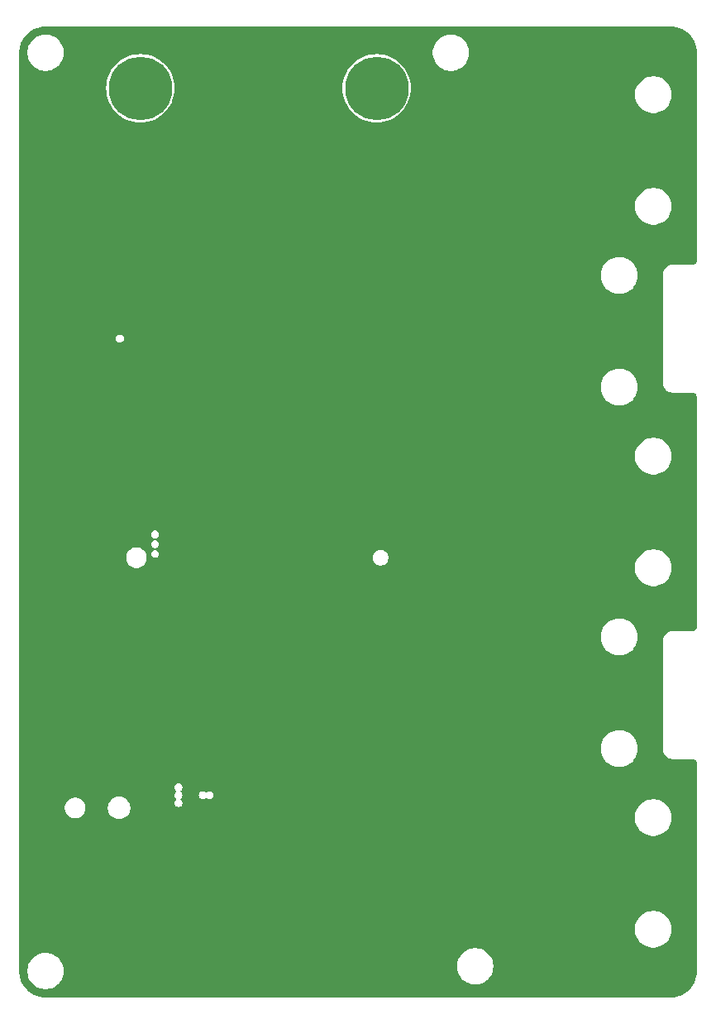
<source format=gbr>
%TF.GenerationSoftware,KiCad,Pcbnew,8.0.5*%
%TF.CreationDate,2024-09-15T13:15:32+02:00*%
%TF.ProjectId,megacard5_reference_design,6d656761-6361-4726-9435-5f7265666572,1.0*%
%TF.SameCoordinates,Original*%
%TF.FileFunction,Copper,L3,Inr*%
%TF.FilePolarity,Positive*%
%FSLAX46Y46*%
G04 Gerber Fmt 4.6, Leading zero omitted, Abs format (unit mm)*
G04 Created by KiCad (PCBNEW 8.0.5) date 2024-09-15 13:15:32*
%MOMM*%
%LPD*%
G01*
G04 APERTURE LIST*
%TA.AperFunction,ComponentPad*%
%ADD10C,6.500000*%
%TD*%
%TA.AperFunction,ViaPad*%
%ADD11C,0.450000*%
%TD*%
G04 APERTURE END LIST*
D10*
%TO.N,N/C*%
%TO.C,J1*%
X96900000Y-36637500D03*
X72700000Y-36637500D03*
%TD*%
%TO.N,N/C*%
%TO.C,J13*%
X96900000Y-36637500D03*
%TD*%
%TO.N,N/C*%
%TO.C,J10*%
X72700000Y-36637500D03*
%TD*%
D11*
%TO.N,GND*%
X68000000Y-124100000D03*
X62200000Y-116200000D03*
X67000000Y-119400000D03*
X90900000Y-102900000D03*
X87800000Y-109700000D03*
X88100000Y-100800000D03*
X90100000Y-111100000D03*
X128000000Y-69000000D03*
X64750000Y-78468750D03*
X119500000Y-98500000D03*
X114750000Y-128468750D03*
X97000000Y-54500000D03*
X91000000Y-118500000D03*
X85100000Y-83287500D03*
X118237500Y-107750000D03*
X64750000Y-53468750D03*
X94200000Y-79200000D03*
X64750000Y-113468750D03*
X91800000Y-82000000D03*
X111000000Y-107750000D03*
X80642500Y-85741394D03*
X74750000Y-48468750D03*
X69750000Y-33468750D03*
X94200000Y-82000000D03*
X124000000Y-31500000D03*
X92900000Y-86000000D03*
X64750000Y-58468750D03*
X79750000Y-58468750D03*
X124750000Y-43468750D03*
X99750000Y-128468750D03*
X90500000Y-86000000D03*
X103000000Y-81000000D03*
X96200000Y-90200000D03*
X64750000Y-128468750D03*
X79750000Y-73468750D03*
X93800000Y-87400002D03*
X64750000Y-43468750D03*
X87000000Y-79200000D03*
X81058500Y-90487500D03*
X79750000Y-83468750D03*
X89000000Y-90200000D03*
X89750000Y-33468750D03*
X84750000Y-118468750D03*
X89000000Y-118500000D03*
X89750000Y-108468750D03*
X111000000Y-70750000D03*
X79750000Y-128468750D03*
X79750000Y-98468750D03*
X91000000Y-42000000D03*
X72000000Y-124300022D03*
X74750000Y-108468750D03*
X96200000Y-87400000D03*
X87900000Y-83287500D03*
X118237500Y-52250000D03*
X87000000Y-82000000D03*
X86500000Y-45000000D03*
X69750000Y-43468750D03*
X96000000Y-119999978D03*
X64750000Y-93468750D03*
X73000000Y-87400000D03*
X96000000Y-124300022D03*
X79750000Y-43468750D03*
X79000000Y-82000000D03*
X89400000Y-79200000D03*
X111000000Y-33750000D03*
X85100000Y-86000000D03*
X79000000Y-79200000D03*
X118237500Y-89250000D03*
X89400000Y-82000000D03*
X81500000Y-85100000D03*
X87900000Y-86000000D03*
X79750000Y-103468750D03*
X69750000Y-63468750D03*
X111000000Y-89250000D03*
X95700000Y-86000000D03*
X89000000Y-87400000D03*
X79750000Y-68468750D03*
X109500000Y-85500000D03*
X99500000Y-64500000D03*
X93000000Y-119000000D03*
X64750000Y-48468750D03*
X128000000Y-106500000D03*
X69750000Y-128468750D03*
X87000000Y-118500000D03*
X98000000Y-119999978D03*
X91400000Y-90200000D03*
X104500000Y-62500000D03*
X124750000Y-118468750D03*
X79750000Y-53468750D03*
X93800000Y-90200002D03*
X91800000Y-79200000D03*
X118237500Y-70750000D03*
X119750000Y-128468750D03*
X73400000Y-79200000D03*
X86600000Y-90200000D03*
X111000000Y-52250000D03*
X74750000Y-43468750D03*
X69750000Y-53468750D03*
X75400000Y-90200000D03*
X64750000Y-98468750D03*
X74750000Y-68468750D03*
X107500000Y-45000000D03*
X79750000Y-48468750D03*
X64750000Y-63468750D03*
X69750000Y-113468750D03*
X92500000Y-58500000D03*
X69750000Y-58468750D03*
X95700000Y-83287500D03*
X84600000Y-79200000D03*
X100000000Y-124300022D03*
X84750000Y-33468750D03*
X86600000Y-87400000D03*
X79750000Y-113468750D03*
X84750000Y-128468750D03*
X74400000Y-85700000D03*
X124750000Y-128468750D03*
X84750000Y-38468750D03*
X69750000Y-108468750D03*
X98000000Y-124300022D03*
X74750000Y-53468750D03*
X78600000Y-90200000D03*
X109750000Y-128468750D03*
X64750000Y-108468750D03*
X90500000Y-83287500D03*
X124750000Y-83468750D03*
X64750000Y-68468750D03*
X69750000Y-73468750D03*
X74750000Y-113468750D03*
X73000000Y-90200000D03*
X79750000Y-63468750D03*
X86500000Y-84687500D03*
X101000000Y-108000000D03*
X69750000Y-78468750D03*
X64750000Y-123468750D03*
X75400000Y-87400000D03*
X74750000Y-128468750D03*
X98300000Y-83287500D03*
X84200000Y-87400000D03*
X69750000Y-68468750D03*
X64750000Y-38468750D03*
X104500000Y-109500000D03*
X94750000Y-128468750D03*
X94750000Y-118468750D03*
X64750000Y-73468750D03*
X124750000Y-78468750D03*
X92700000Y-84487500D03*
X74750000Y-63468750D03*
X96600000Y-82000000D03*
X84200000Y-90200000D03*
X96600000Y-79200000D03*
X102500000Y-96500000D03*
X69750000Y-48468750D03*
X84600000Y-82000000D03*
X124750000Y-113468750D03*
X118237500Y-33750000D03*
X92900000Y-83287500D03*
X73400000Y-82000000D03*
X72000000Y-119999978D03*
X78483756Y-87516244D03*
X89750000Y-128468750D03*
X75800000Y-82000000D03*
X83000000Y-119000000D03*
X104750000Y-128468750D03*
X91400000Y-87400000D03*
X79750000Y-33468750D03*
X79750000Y-38468750D03*
X75800000Y-79200000D03*
X74750000Y-58468750D03*
X127000000Y-31500000D03*
%TD*%
%TA.AperFunction,Conductor*%
%TO.N,GND*%
G36*
X127002777Y-30300655D02*
G01*
X127296701Y-30317162D01*
X127307724Y-30318404D01*
X127595224Y-30367252D01*
X127606018Y-30369715D01*
X127886251Y-30450449D01*
X127896722Y-30454113D01*
X128166134Y-30565708D01*
X128176136Y-30570525D01*
X128431354Y-30711578D01*
X128440755Y-30717485D01*
X128678575Y-30886228D01*
X128687254Y-30893149D01*
X128717388Y-30920078D01*
X128904697Y-31087467D01*
X128912532Y-31095302D01*
X128985748Y-31177231D01*
X129106850Y-31312745D01*
X129113771Y-31321424D01*
X129282514Y-31559244D01*
X129288421Y-31568645D01*
X129429474Y-31823863D01*
X129434291Y-31833865D01*
X129545884Y-32103273D01*
X129549551Y-32113752D01*
X129630280Y-32393966D01*
X129632750Y-32404790D01*
X129681594Y-32692270D01*
X129682837Y-32703302D01*
X129699344Y-32997222D01*
X129699500Y-33002773D01*
X129699500Y-33055569D01*
X129699501Y-33055582D01*
X129699501Y-54243511D01*
X129698654Y-54256433D01*
X129685886Y-54353416D01*
X129679197Y-54378380D01*
X129644267Y-54462708D01*
X129631345Y-54485089D01*
X129575779Y-54557504D01*
X129557504Y-54575779D01*
X129485089Y-54631345D01*
X129462708Y-54644267D01*
X129378380Y-54679197D01*
X129353416Y-54685886D01*
X129256442Y-54698653D01*
X129243520Y-54699500D01*
X127305582Y-54699500D01*
X127305570Y-54699499D01*
X127297595Y-54699499D01*
X127250000Y-54699499D01*
X127158093Y-54699499D01*
X127158090Y-54699499D01*
X126977071Y-54731418D01*
X126804338Y-54794288D01*
X126645152Y-54886195D01*
X126645149Y-54886197D01*
X126504353Y-55004339D01*
X126504339Y-55004353D01*
X126386197Y-55145149D01*
X126386195Y-55145152D01*
X126294288Y-55304338D01*
X126231418Y-55477071D01*
X126199499Y-55658090D01*
X126199499Y-55805569D01*
X126199500Y-55805582D01*
X126199500Y-66696325D01*
X126199499Y-66696343D01*
X126199499Y-66841909D01*
X126203807Y-66866339D01*
X126231418Y-67022928D01*
X126294286Y-67195657D01*
X126294287Y-67195659D01*
X126294288Y-67195661D01*
X126386195Y-67354847D01*
X126386197Y-67354850D01*
X126504339Y-67495646D01*
X126504346Y-67495654D01*
X126504352Y-67495659D01*
X126504353Y-67495660D01*
X126645149Y-67613802D01*
X126645152Y-67613804D01*
X126645156Y-67613807D01*
X126804343Y-67705714D01*
X126977072Y-67768582D01*
X127158093Y-67800501D01*
X127210438Y-67800501D01*
X129243526Y-67800501D01*
X129256447Y-67801348D01*
X129271498Y-67803329D01*
X129353419Y-67814114D01*
X129378375Y-67820800D01*
X129462711Y-67855734D01*
X129485086Y-67868652D01*
X129557503Y-67924219D01*
X129575776Y-67942493D01*
X129631344Y-68014909D01*
X129644267Y-68037291D01*
X129679197Y-68121618D01*
X129685886Y-68146582D01*
X129698653Y-68243558D01*
X129699500Y-68256480D01*
X129699500Y-91743518D01*
X129698653Y-91756440D01*
X129685886Y-91853416D01*
X129679197Y-91878380D01*
X129644267Y-91962708D01*
X129631345Y-91985089D01*
X129575779Y-92057504D01*
X129557504Y-92075779D01*
X129485089Y-92131345D01*
X129462708Y-92144267D01*
X129378380Y-92179197D01*
X129353416Y-92185886D01*
X129256442Y-92198653D01*
X129243520Y-92199500D01*
X127305582Y-92199500D01*
X127305570Y-92199499D01*
X127297595Y-92199499D01*
X127250000Y-92199499D01*
X127158093Y-92199499D01*
X127158090Y-92199499D01*
X126977071Y-92231418D01*
X126804338Y-92294288D01*
X126645152Y-92386195D01*
X126645149Y-92386197D01*
X126504353Y-92504339D01*
X126504339Y-92504353D01*
X126386197Y-92645149D01*
X126386195Y-92645152D01*
X126294288Y-92804338D01*
X126231418Y-92977071D01*
X126199499Y-93158090D01*
X126199499Y-93305569D01*
X126199500Y-93305582D01*
X126199500Y-104196325D01*
X126199499Y-104196343D01*
X126199499Y-104202405D01*
X126199499Y-104250000D01*
X126199499Y-104341907D01*
X126231418Y-104522928D01*
X126294286Y-104695657D01*
X126294287Y-104695659D01*
X126294288Y-104695661D01*
X126386195Y-104854847D01*
X126386197Y-104854850D01*
X126504339Y-104995646D01*
X126504346Y-104995654D01*
X126504352Y-104995659D01*
X126504353Y-104995660D01*
X126645149Y-105113802D01*
X126645152Y-105113804D01*
X126645156Y-105113807D01*
X126804343Y-105205714D01*
X126977072Y-105268582D01*
X127158093Y-105300501D01*
X127210438Y-105300501D01*
X129243526Y-105300501D01*
X129256447Y-105301348D01*
X129271498Y-105303329D01*
X129353419Y-105314114D01*
X129378375Y-105320800D01*
X129462711Y-105355734D01*
X129485086Y-105368652D01*
X129557503Y-105424219D01*
X129575776Y-105442493D01*
X129631344Y-105514909D01*
X129644267Y-105537291D01*
X129679197Y-105621618D01*
X129685886Y-105646582D01*
X129698653Y-105743558D01*
X129699500Y-105756480D01*
X129699500Y-126997226D01*
X129699344Y-127002777D01*
X129682837Y-127296697D01*
X129681594Y-127307729D01*
X129632750Y-127595209D01*
X129630280Y-127606033D01*
X129549551Y-127886247D01*
X129545884Y-127896726D01*
X129434291Y-128166134D01*
X129429474Y-128176136D01*
X129288421Y-128431354D01*
X129282514Y-128440755D01*
X129113771Y-128678575D01*
X129106850Y-128687254D01*
X128912540Y-128904689D01*
X128904689Y-128912540D01*
X128687254Y-129106850D01*
X128678575Y-129113771D01*
X128440755Y-129282514D01*
X128431354Y-129288421D01*
X128176136Y-129429474D01*
X128166134Y-129434291D01*
X127896726Y-129545884D01*
X127886247Y-129549551D01*
X127606033Y-129630280D01*
X127595209Y-129632750D01*
X127307729Y-129681594D01*
X127296697Y-129682837D01*
X127002778Y-129699344D01*
X126997227Y-129699500D01*
X126944430Y-129699500D01*
X126944418Y-129699501D01*
X63002772Y-129699501D01*
X62997221Y-129699345D01*
X62703301Y-129682838D01*
X62692269Y-129681595D01*
X62404789Y-129632751D01*
X62393965Y-129630281D01*
X62113751Y-129549552D01*
X62103272Y-129545885D01*
X61833864Y-129434292D01*
X61823862Y-129429475D01*
X61568645Y-129288422D01*
X61559245Y-129282516D01*
X61559242Y-129282514D01*
X61321410Y-129113762D01*
X61312754Y-129106860D01*
X61095302Y-128912532D01*
X61087467Y-128904697D01*
X60893138Y-128687243D01*
X60886238Y-128678592D01*
X60717480Y-128440749D01*
X60711577Y-128431354D01*
X60570524Y-128176137D01*
X60565707Y-128166135D01*
X60565707Y-128166134D01*
X60454112Y-127896723D01*
X60450447Y-127886248D01*
X60450447Y-127886247D01*
X60369714Y-127606019D01*
X60367251Y-127595225D01*
X60318403Y-127307725D01*
X60317161Y-127296698D01*
X60300656Y-127002795D01*
X60300500Y-126997244D01*
X60300500Y-126878448D01*
X61145500Y-126878448D01*
X61145500Y-127121551D01*
X61177230Y-127362563D01*
X61177230Y-127362568D01*
X61240149Y-127597387D01*
X61333178Y-127821979D01*
X61376333Y-127896727D01*
X61454731Y-128032516D01*
X61602722Y-128225380D01*
X61774620Y-128397278D01*
X61967484Y-128545269D01*
X62178016Y-128666819D01*
X62178017Y-128666819D01*
X62178020Y-128666821D01*
X62206397Y-128678575D01*
X62402612Y-128759850D01*
X62637429Y-128822769D01*
X62878450Y-128854500D01*
X62878451Y-128854500D01*
X63121549Y-128854500D01*
X63121550Y-128854500D01*
X63362571Y-128822769D01*
X63597388Y-128759850D01*
X63821984Y-128666819D01*
X64032516Y-128545269D01*
X64225380Y-128397278D01*
X64397278Y-128225380D01*
X64545269Y-128032516D01*
X64666819Y-127821984D01*
X64759850Y-127597388D01*
X64822769Y-127362571D01*
X64854500Y-127121550D01*
X64854500Y-126878450D01*
X64822769Y-126637429D01*
X64759850Y-126402612D01*
X64749841Y-126378448D01*
X105145500Y-126378448D01*
X105145500Y-126621551D01*
X105177230Y-126862563D01*
X105177230Y-126862568D01*
X105240149Y-127097387D01*
X105333178Y-127321979D01*
X105333181Y-127321984D01*
X105454731Y-127532516D01*
X105602722Y-127725380D01*
X105774620Y-127897278D01*
X105967484Y-128045269D01*
X106178016Y-128166819D01*
X106178017Y-128166819D01*
X106178020Y-128166821D01*
X106319394Y-128225380D01*
X106402612Y-128259850D01*
X106637429Y-128322769D01*
X106878450Y-128354500D01*
X106878451Y-128354500D01*
X107121549Y-128354500D01*
X107121550Y-128354500D01*
X107362571Y-128322769D01*
X107597388Y-128259850D01*
X107821984Y-128166819D01*
X108032516Y-128045269D01*
X108225380Y-127897278D01*
X108397278Y-127725380D01*
X108545269Y-127532516D01*
X108666819Y-127321984D01*
X108759850Y-127097388D01*
X108822769Y-126862571D01*
X108854500Y-126621550D01*
X108854500Y-126378450D01*
X108822769Y-126137429D01*
X108759850Y-125902612D01*
X108666819Y-125678016D01*
X108545269Y-125467484D01*
X108397278Y-125274620D01*
X108225380Y-125102722D01*
X108032516Y-124954731D01*
X108032517Y-124954731D01*
X108032515Y-124954730D01*
X107821979Y-124833178D01*
X107597387Y-124740149D01*
X107437001Y-124697174D01*
X107362571Y-124677231D01*
X107362568Y-124677230D01*
X107362566Y-124677230D01*
X107121551Y-124645500D01*
X107121550Y-124645500D01*
X106878450Y-124645500D01*
X106878448Y-124645500D01*
X106637436Y-124677230D01*
X106637431Y-124677230D01*
X106402612Y-124740149D01*
X106178020Y-124833178D01*
X105967484Y-124954730D01*
X105774623Y-125102719D01*
X105602719Y-125274623D01*
X105454730Y-125467484D01*
X105333178Y-125678020D01*
X105240149Y-125902612D01*
X105177230Y-126137431D01*
X105177230Y-126137436D01*
X105145500Y-126378448D01*
X64749841Y-126378448D01*
X64666819Y-126178016D01*
X64545269Y-125967484D01*
X64397278Y-125774620D01*
X64225380Y-125602722D01*
X64032516Y-125454731D01*
X64032517Y-125454731D01*
X64032515Y-125454730D01*
X63821979Y-125333178D01*
X63597387Y-125240149D01*
X63437001Y-125197174D01*
X63362571Y-125177231D01*
X63362568Y-125177230D01*
X63362566Y-125177230D01*
X63121551Y-125145500D01*
X63121550Y-125145500D01*
X62878450Y-125145500D01*
X62878448Y-125145500D01*
X62637436Y-125177230D01*
X62637431Y-125177230D01*
X62402612Y-125240149D01*
X62178020Y-125333178D01*
X61967484Y-125454730D01*
X61774623Y-125602719D01*
X61602719Y-125774623D01*
X61454730Y-125967484D01*
X61333178Y-126178020D01*
X61240149Y-126402612D01*
X61177230Y-126637431D01*
X61177230Y-126637436D01*
X61145500Y-126878448D01*
X60300500Y-126878448D01*
X60300500Y-122591810D01*
X123340500Y-122591810D01*
X123340500Y-122838189D01*
X123372658Y-123082451D01*
X123372658Y-123082456D01*
X123436425Y-123320441D01*
X123530708Y-123548060D01*
X123530711Y-123548065D01*
X123653900Y-123761435D01*
X123803885Y-123956900D01*
X123978100Y-124131115D01*
X124173565Y-124281100D01*
X124386935Y-124404289D01*
X124386936Y-124404289D01*
X124386939Y-124404291D01*
X124614558Y-124498574D01*
X124852541Y-124562341D01*
X125096811Y-124594500D01*
X125096812Y-124594500D01*
X125343188Y-124594500D01*
X125343189Y-124594500D01*
X125587459Y-124562341D01*
X125825442Y-124498574D01*
X126053065Y-124404289D01*
X126266435Y-124281100D01*
X126461900Y-124131115D01*
X126636115Y-123956900D01*
X126786100Y-123761435D01*
X126909289Y-123548065D01*
X127003574Y-123320442D01*
X127067341Y-123082459D01*
X127099500Y-122838189D01*
X127099500Y-122591811D01*
X127067341Y-122347541D01*
X127003574Y-122109558D01*
X126909289Y-121881935D01*
X126786100Y-121668565D01*
X126636115Y-121473100D01*
X126461900Y-121298885D01*
X126266435Y-121148900D01*
X126053065Y-121025711D01*
X126053060Y-121025708D01*
X125825441Y-120931425D01*
X125662891Y-120887871D01*
X125587459Y-120867659D01*
X125587456Y-120867658D01*
X125587454Y-120867658D01*
X125343189Y-120835500D01*
X125096811Y-120835500D01*
X125096810Y-120835500D01*
X124852548Y-120867658D01*
X124852543Y-120867658D01*
X124614558Y-120931425D01*
X124386939Y-121025708D01*
X124173561Y-121148902D01*
X123978103Y-121298882D01*
X123803882Y-121473103D01*
X123653902Y-121668561D01*
X123530708Y-121881939D01*
X123436425Y-122109558D01*
X123372658Y-122347543D01*
X123372658Y-122347548D01*
X123340500Y-122591810D01*
X60300500Y-122591810D01*
X60300500Y-110196138D01*
X64970500Y-110196138D01*
X64970500Y-110403861D01*
X64997516Y-110539677D01*
X65003616Y-110570346D01*
X65011024Y-110607585D01*
X65011024Y-110607587D01*
X65090512Y-110799490D01*
X65090512Y-110799491D01*
X65205916Y-110972203D01*
X65205917Y-110972204D01*
X65352796Y-111119083D01*
X65525507Y-111234486D01*
X65717414Y-111313976D01*
X65921141Y-111354500D01*
X65921142Y-111354500D01*
X66128858Y-111354500D01*
X66128859Y-111354500D01*
X66332586Y-111313976D01*
X66524493Y-111234486D01*
X66697204Y-111119083D01*
X66844083Y-110972204D01*
X66959486Y-110799493D01*
X67038976Y-110607586D01*
X67079500Y-110403859D01*
X67079500Y-110209135D01*
X69370500Y-110209135D01*
X69370500Y-110390864D01*
X69398926Y-110570341D01*
X69455083Y-110743174D01*
X69537582Y-110905089D01*
X69537586Y-110905095D01*
X69644392Y-111052100D01*
X69644394Y-111052102D01*
X69644397Y-111052106D01*
X69772894Y-111180603D01*
X69772897Y-111180605D01*
X69772899Y-111180607D01*
X69919904Y-111287413D01*
X69919910Y-111287417D01*
X70081826Y-111369917D01*
X70254654Y-111426072D01*
X70254655Y-111426072D01*
X70254658Y-111426073D01*
X70434136Y-111454500D01*
X70434139Y-111454500D01*
X70615864Y-111454500D01*
X70795341Y-111426073D01*
X70795342Y-111426072D01*
X70795346Y-111426072D01*
X70968174Y-111369917D01*
X71130090Y-111287417D01*
X71277106Y-111180603D01*
X71295899Y-111161810D01*
X123340500Y-111161810D01*
X123340500Y-111408189D01*
X123372658Y-111652451D01*
X123372658Y-111652456D01*
X123436425Y-111890441D01*
X123530708Y-112118060D01*
X123530711Y-112118065D01*
X123653900Y-112331435D01*
X123803885Y-112526900D01*
X123978100Y-112701115D01*
X124173565Y-112851100D01*
X124386935Y-112974289D01*
X124386936Y-112974289D01*
X124386939Y-112974291D01*
X124614558Y-113068574D01*
X124852541Y-113132341D01*
X125096811Y-113164500D01*
X125096812Y-113164500D01*
X125343188Y-113164500D01*
X125343189Y-113164500D01*
X125587459Y-113132341D01*
X125825442Y-113068574D01*
X126053065Y-112974289D01*
X126266435Y-112851100D01*
X126461900Y-112701115D01*
X126636115Y-112526900D01*
X126786100Y-112331435D01*
X126909289Y-112118065D01*
X127003574Y-111890442D01*
X127067341Y-111652459D01*
X127099500Y-111408189D01*
X127099500Y-111161811D01*
X127067341Y-110917541D01*
X127003574Y-110679558D01*
X126909291Y-110451939D01*
X126909289Y-110451935D01*
X126786100Y-110238565D01*
X126636115Y-110043100D01*
X126461900Y-109868885D01*
X126266435Y-109718900D01*
X126053065Y-109595711D01*
X126053060Y-109595708D01*
X125825441Y-109501425D01*
X125662891Y-109457871D01*
X125587459Y-109437659D01*
X125587456Y-109437658D01*
X125587454Y-109437658D01*
X125343189Y-109405500D01*
X125096811Y-109405500D01*
X125096810Y-109405500D01*
X124852548Y-109437658D01*
X124852543Y-109437658D01*
X124614558Y-109501425D01*
X124386939Y-109595708D01*
X124173561Y-109718902D01*
X123978103Y-109868882D01*
X123803882Y-110043103D01*
X123653902Y-110238561D01*
X123530708Y-110451939D01*
X123436425Y-110679558D01*
X123372658Y-110917543D01*
X123372658Y-110917548D01*
X123340500Y-111161810D01*
X71295899Y-111161810D01*
X71405603Y-111052106D01*
X71512417Y-110905090D01*
X71594917Y-110743174D01*
X71651072Y-110570346D01*
X71677441Y-110403861D01*
X71679500Y-110390864D01*
X71679500Y-110209135D01*
X71651073Y-110029658D01*
X71617573Y-109926555D01*
X71594917Y-109856826D01*
X71512417Y-109694910D01*
X71463656Y-109627796D01*
X71405607Y-109547899D01*
X71405605Y-109547897D01*
X71405603Y-109547894D01*
X71277106Y-109419397D01*
X71277102Y-109419394D01*
X71277100Y-109419392D01*
X71130095Y-109312586D01*
X71130089Y-109312582D01*
X70968174Y-109230083D01*
X70795341Y-109173926D01*
X70615864Y-109145500D01*
X70615861Y-109145500D01*
X70434139Y-109145500D01*
X70434136Y-109145500D01*
X70254658Y-109173926D01*
X70081825Y-109230083D01*
X69919910Y-109312582D01*
X69919904Y-109312586D01*
X69772899Y-109419392D01*
X69644392Y-109547899D01*
X69537586Y-109694904D01*
X69537582Y-109694910D01*
X69455083Y-109856825D01*
X69398926Y-110029658D01*
X69370500Y-110209135D01*
X67079500Y-110209135D01*
X67079500Y-110196141D01*
X67038976Y-109992414D01*
X66959487Y-109800509D01*
X66959487Y-109800508D01*
X66844083Y-109627796D01*
X66697203Y-109480916D01*
X66524490Y-109365512D01*
X66332586Y-109286024D01*
X66128861Y-109245500D01*
X66128859Y-109245500D01*
X65921141Y-109245500D01*
X65921138Y-109245500D01*
X65717414Y-109286024D01*
X65717412Y-109286024D01*
X65525509Y-109365512D01*
X65525508Y-109365512D01*
X65352796Y-109480916D01*
X65205916Y-109627796D01*
X65090512Y-109800508D01*
X65090512Y-109800509D01*
X65011024Y-109992412D01*
X65011024Y-109992414D01*
X64970500Y-110196138D01*
X60300500Y-110196138D01*
X60300500Y-108199999D01*
X76190458Y-108199999D01*
X76190458Y-108200000D01*
X76210502Y-108326554D01*
X76210504Y-108326561D01*
X76268671Y-108440718D01*
X76268674Y-108440723D01*
X76357949Y-108529998D01*
X76385725Y-108584513D01*
X76376154Y-108644945D01*
X76357950Y-108670000D01*
X76301797Y-108726154D01*
X76268672Y-108759279D01*
X76268671Y-108759281D01*
X76210504Y-108873438D01*
X76210502Y-108873445D01*
X76190458Y-108999999D01*
X76190458Y-109000000D01*
X76210502Y-109126554D01*
X76210504Y-109126561D01*
X76268671Y-109240718D01*
X76268674Y-109240723D01*
X76357949Y-109329998D01*
X76385725Y-109384513D01*
X76376154Y-109444945D01*
X76357950Y-109470000D01*
X76280057Y-109547894D01*
X76268672Y-109559279D01*
X76268671Y-109559281D01*
X76210504Y-109673438D01*
X76210502Y-109673445D01*
X76190458Y-109799999D01*
X76190458Y-109800000D01*
X76210502Y-109926554D01*
X76210504Y-109926561D01*
X76263034Y-110029654D01*
X76268674Y-110040723D01*
X76359277Y-110131326D01*
X76359279Y-110131327D01*
X76359281Y-110131328D01*
X76473438Y-110189495D01*
X76473440Y-110189495D01*
X76473445Y-110189498D01*
X76600000Y-110209542D01*
X76726555Y-110189498D01*
X76840723Y-110131326D01*
X76931326Y-110040723D01*
X76989498Y-109926555D01*
X77009542Y-109800000D01*
X76989498Y-109673445D01*
X76989495Y-109673440D01*
X76989495Y-109673438D01*
X76931328Y-109559281D01*
X76931327Y-109559279D01*
X76931326Y-109559277D01*
X76842050Y-109470001D01*
X76814275Y-109415487D01*
X76823846Y-109355055D01*
X76842049Y-109329999D01*
X76931326Y-109240723D01*
X76989498Y-109126555D01*
X77009542Y-109000000D01*
X77009542Y-108999999D01*
X78690458Y-108999999D01*
X78690458Y-109000000D01*
X78710502Y-109126554D01*
X78710504Y-109126561D01*
X78768671Y-109240718D01*
X78768674Y-109240723D01*
X78859277Y-109331326D01*
X78859279Y-109331327D01*
X78859281Y-109331328D01*
X78973438Y-109389495D01*
X78973440Y-109389495D01*
X78973445Y-109389498D01*
X79100000Y-109409542D01*
X79226555Y-109389498D01*
X79340723Y-109331326D01*
X79379998Y-109292050D01*
X79434513Y-109264275D01*
X79494945Y-109273846D01*
X79520000Y-109292049D01*
X79559277Y-109331326D01*
X79559279Y-109331327D01*
X79559281Y-109331328D01*
X79673438Y-109389495D01*
X79673440Y-109389495D01*
X79673445Y-109389498D01*
X79800000Y-109409542D01*
X79926555Y-109389498D01*
X80040723Y-109331326D01*
X80131326Y-109240723D01*
X80189498Y-109126555D01*
X80209542Y-109000000D01*
X80189498Y-108873445D01*
X80189495Y-108873440D01*
X80189495Y-108873438D01*
X80131328Y-108759281D01*
X80131327Y-108759279D01*
X80131326Y-108759277D01*
X80040723Y-108668674D01*
X80040720Y-108668672D01*
X80040718Y-108668671D01*
X79926561Y-108610504D01*
X79926556Y-108610502D01*
X79926555Y-108610502D01*
X79800000Y-108590458D01*
X79673445Y-108610502D01*
X79673438Y-108610504D01*
X79559281Y-108668671D01*
X79559279Y-108668672D01*
X79559277Y-108668673D01*
X79559277Y-108668674D01*
X79520001Y-108707949D01*
X79465487Y-108735725D01*
X79405055Y-108726154D01*
X79379999Y-108707950D01*
X79340723Y-108668674D01*
X79340720Y-108668672D01*
X79340718Y-108668671D01*
X79226561Y-108610504D01*
X79226556Y-108610502D01*
X79226555Y-108610502D01*
X79100000Y-108590458D01*
X78973445Y-108610502D01*
X78973438Y-108610504D01*
X78859281Y-108668671D01*
X78859279Y-108668672D01*
X78768672Y-108759279D01*
X78768671Y-108759281D01*
X78710504Y-108873438D01*
X78710502Y-108873445D01*
X78690458Y-108999999D01*
X77009542Y-108999999D01*
X76989498Y-108873445D01*
X76989495Y-108873440D01*
X76989495Y-108873438D01*
X76931328Y-108759281D01*
X76931327Y-108759279D01*
X76931326Y-108759277D01*
X76842050Y-108670001D01*
X76814275Y-108615487D01*
X76823846Y-108555055D01*
X76842049Y-108529999D01*
X76931326Y-108440723D01*
X76989498Y-108326555D01*
X77009542Y-108200000D01*
X76989498Y-108073445D01*
X76989495Y-108073440D01*
X76989495Y-108073438D01*
X76931328Y-107959281D01*
X76931327Y-107959279D01*
X76931326Y-107959277D01*
X76840723Y-107868674D01*
X76840720Y-107868672D01*
X76840718Y-107868671D01*
X76726561Y-107810504D01*
X76726556Y-107810502D01*
X76726555Y-107810502D01*
X76600000Y-107790458D01*
X76473445Y-107810502D01*
X76473438Y-107810504D01*
X76359281Y-107868671D01*
X76359279Y-107868672D01*
X76268672Y-107959279D01*
X76268671Y-107959281D01*
X76210504Y-108073438D01*
X76210502Y-108073445D01*
X76190458Y-108199999D01*
X60300500Y-108199999D01*
X60300500Y-104091810D01*
X119860500Y-104091810D01*
X119860500Y-104338189D01*
X119892658Y-104582451D01*
X119892658Y-104582456D01*
X119956425Y-104820441D01*
X120050708Y-105048060D01*
X120173902Y-105261438D01*
X120256172Y-105368655D01*
X120323885Y-105456900D01*
X120498100Y-105631115D01*
X120693565Y-105781100D01*
X120906935Y-105904289D01*
X120906936Y-105904289D01*
X120906939Y-105904291D01*
X121134558Y-105998574D01*
X121372541Y-106062341D01*
X121616811Y-106094500D01*
X121616812Y-106094500D01*
X121863188Y-106094500D01*
X121863189Y-106094500D01*
X122107459Y-106062341D01*
X122345442Y-105998574D01*
X122573065Y-105904289D01*
X122786435Y-105781100D01*
X122981900Y-105631115D01*
X123156115Y-105456900D01*
X123306100Y-105261435D01*
X123429289Y-105048065D01*
X123523574Y-104820442D01*
X123587341Y-104582459D01*
X123619500Y-104338189D01*
X123619500Y-104091811D01*
X123587341Y-103847541D01*
X123523574Y-103609558D01*
X123429289Y-103381935D01*
X123306100Y-103168565D01*
X123156115Y-102973100D01*
X122981900Y-102798885D01*
X122786435Y-102648900D01*
X122573065Y-102525711D01*
X122573060Y-102525708D01*
X122345441Y-102431425D01*
X122182891Y-102387871D01*
X122107459Y-102367659D01*
X122107456Y-102367658D01*
X122107454Y-102367658D01*
X121863189Y-102335500D01*
X121616811Y-102335500D01*
X121616810Y-102335500D01*
X121372548Y-102367658D01*
X121372543Y-102367658D01*
X121134558Y-102431425D01*
X120906939Y-102525708D01*
X120693561Y-102648902D01*
X120498103Y-102798882D01*
X120323882Y-102973103D01*
X120173902Y-103168561D01*
X120050708Y-103381939D01*
X119956425Y-103609558D01*
X119892658Y-103847543D01*
X119892658Y-103847548D01*
X119860500Y-104091810D01*
X60300500Y-104091810D01*
X60300500Y-92661811D01*
X119860500Y-92661811D01*
X119860500Y-92908189D01*
X119875911Y-93025250D01*
X119892658Y-93152451D01*
X119892658Y-93152456D01*
X119956425Y-93390441D01*
X120050708Y-93618060D01*
X120050711Y-93618065D01*
X120173900Y-93831435D01*
X120323885Y-94026900D01*
X120498100Y-94201115D01*
X120693565Y-94351100D01*
X120906935Y-94474289D01*
X120906936Y-94474289D01*
X120906939Y-94474291D01*
X121134558Y-94568574D01*
X121372541Y-94632341D01*
X121616811Y-94664500D01*
X121616812Y-94664500D01*
X121863188Y-94664500D01*
X121863189Y-94664500D01*
X122107459Y-94632341D01*
X122345442Y-94568574D01*
X122573065Y-94474289D01*
X122786435Y-94351100D01*
X122981900Y-94201115D01*
X123156115Y-94026900D01*
X123306100Y-93831435D01*
X123429289Y-93618065D01*
X123523574Y-93390442D01*
X123587341Y-93152459D01*
X123619500Y-92908189D01*
X123619500Y-92661811D01*
X123587341Y-92417541D01*
X123523574Y-92179558D01*
X123477301Y-92067845D01*
X123429291Y-91951939D01*
X123365764Y-91841907D01*
X123306100Y-91738565D01*
X123156115Y-91543100D01*
X122981900Y-91368885D01*
X122786435Y-91218900D01*
X122573065Y-91095711D01*
X122573060Y-91095708D01*
X122345441Y-91001425D01*
X122182891Y-90957871D01*
X122107459Y-90937659D01*
X122107456Y-90937658D01*
X122107454Y-90937658D01*
X121863189Y-90905500D01*
X121616811Y-90905500D01*
X121616810Y-90905500D01*
X121372548Y-90937658D01*
X121372543Y-90937658D01*
X121134558Y-91001425D01*
X120906939Y-91095708D01*
X120693561Y-91218902D01*
X120498103Y-91368882D01*
X120323882Y-91543103D01*
X120173902Y-91738561D01*
X120050708Y-91951939D01*
X119956425Y-92179558D01*
X119892658Y-92417543D01*
X119892658Y-92417548D01*
X119862694Y-92645149D01*
X119860500Y-92661811D01*
X60300500Y-92661811D01*
X60300500Y-84583638D01*
X71245500Y-84583638D01*
X71245500Y-84791361D01*
X71286024Y-84995085D01*
X71286024Y-84995087D01*
X71365512Y-85186990D01*
X71365512Y-85186991D01*
X71480916Y-85359703D01*
X71480917Y-85359704D01*
X71627796Y-85506583D01*
X71800507Y-85621986D01*
X71992414Y-85701476D01*
X72196141Y-85742000D01*
X72196142Y-85742000D01*
X72403858Y-85742000D01*
X72403859Y-85742000D01*
X72607586Y-85701476D01*
X72799493Y-85621986D01*
X72844654Y-85591810D01*
X123360500Y-85591810D01*
X123360500Y-85838189D01*
X123392658Y-86082451D01*
X123392658Y-86082456D01*
X123456425Y-86320441D01*
X123550708Y-86548060D01*
X123550711Y-86548065D01*
X123673900Y-86761435D01*
X123823885Y-86956900D01*
X123998100Y-87131115D01*
X124193565Y-87281100D01*
X124406935Y-87404289D01*
X124406936Y-87404289D01*
X124406939Y-87404291D01*
X124634558Y-87498574D01*
X124872541Y-87562341D01*
X125116811Y-87594500D01*
X125116812Y-87594500D01*
X125363188Y-87594500D01*
X125363189Y-87594500D01*
X125607459Y-87562341D01*
X125845442Y-87498574D01*
X126073065Y-87404289D01*
X126286435Y-87281100D01*
X126481900Y-87131115D01*
X126656115Y-86956900D01*
X126806100Y-86761435D01*
X126929289Y-86548065D01*
X127023574Y-86320442D01*
X127087341Y-86082459D01*
X127119500Y-85838189D01*
X127119500Y-85591811D01*
X127087341Y-85347541D01*
X127023574Y-85109558D01*
X126976158Y-84995086D01*
X126929291Y-84881939D01*
X126876995Y-84791359D01*
X126806100Y-84668565D01*
X126656115Y-84473100D01*
X126481900Y-84298885D01*
X126337402Y-84188008D01*
X126286438Y-84148902D01*
X126073060Y-84025708D01*
X125845441Y-83931425D01*
X125682891Y-83887871D01*
X125607459Y-83867659D01*
X125607456Y-83867658D01*
X125607454Y-83867658D01*
X125363189Y-83835500D01*
X125116811Y-83835500D01*
X125116810Y-83835500D01*
X124872548Y-83867658D01*
X124872543Y-83867658D01*
X124634558Y-83931425D01*
X124406939Y-84025708D01*
X124193561Y-84148902D01*
X123998103Y-84298882D01*
X123823882Y-84473103D01*
X123673902Y-84668561D01*
X123550708Y-84881939D01*
X123456425Y-85109558D01*
X123392658Y-85347543D01*
X123392658Y-85347548D01*
X123360500Y-85591810D01*
X72844654Y-85591810D01*
X72972204Y-85506583D01*
X73119083Y-85359704D01*
X73234486Y-85186993D01*
X73313976Y-84995086D01*
X73354500Y-84791359D01*
X73354500Y-84583641D01*
X73313976Y-84379914D01*
X73280874Y-84299999D01*
X73790458Y-84299999D01*
X73790458Y-84300000D01*
X73810502Y-84426554D01*
X73810504Y-84426561D01*
X73868671Y-84540718D01*
X73868674Y-84540723D01*
X73959277Y-84631326D01*
X73959279Y-84631327D01*
X73959281Y-84631328D01*
X74073438Y-84689495D01*
X74073440Y-84689495D01*
X74073445Y-84689498D01*
X74200000Y-84709542D01*
X74326555Y-84689498D01*
X74440723Y-84631326D01*
X74463788Y-84608261D01*
X96495500Y-84608261D01*
X96495500Y-84766738D01*
X96526416Y-84922163D01*
X96526416Y-84922165D01*
X96587059Y-85068571D01*
X96587060Y-85068573D01*
X96587061Y-85068574D01*
X96675104Y-85200339D01*
X96787161Y-85312396D01*
X96918926Y-85400439D01*
X97065336Y-85461084D01*
X97220764Y-85492000D01*
X97220765Y-85492000D01*
X97379235Y-85492000D01*
X97379236Y-85492000D01*
X97534664Y-85461084D01*
X97681074Y-85400439D01*
X97812839Y-85312396D01*
X97924896Y-85200339D01*
X98012939Y-85068574D01*
X98073584Y-84922164D01*
X98104500Y-84766736D01*
X98104500Y-84608264D01*
X98073584Y-84452836D01*
X98012939Y-84306426D01*
X97924896Y-84174661D01*
X97812839Y-84062604D01*
X97681074Y-83974561D01*
X97681073Y-83974560D01*
X97681071Y-83974559D01*
X97534664Y-83913916D01*
X97379238Y-83883000D01*
X97379236Y-83883000D01*
X97220764Y-83883000D01*
X97220761Y-83883000D01*
X97065336Y-83913916D01*
X97065334Y-83913916D01*
X96918928Y-83974559D01*
X96787161Y-84062604D01*
X96787157Y-84062607D01*
X96675107Y-84174657D01*
X96675104Y-84174661D01*
X96587059Y-84306428D01*
X96526416Y-84452834D01*
X96526416Y-84452836D01*
X96495500Y-84608261D01*
X74463788Y-84608261D01*
X74531326Y-84540723D01*
X74589498Y-84426555D01*
X74609542Y-84300000D01*
X74609365Y-84298885D01*
X74606801Y-84282695D01*
X74589498Y-84173445D01*
X74589495Y-84173440D01*
X74589495Y-84173438D01*
X74531328Y-84059281D01*
X74531327Y-84059279D01*
X74531326Y-84059277D01*
X74440723Y-83968674D01*
X74440720Y-83968672D01*
X74440718Y-83968671D01*
X74326561Y-83910504D01*
X74326556Y-83910502D01*
X74326555Y-83910502D01*
X74246216Y-83897777D01*
X74198156Y-83873290D01*
X74183240Y-83888207D01*
X74153782Y-83897778D01*
X74073445Y-83910502D01*
X74073438Y-83910504D01*
X73959281Y-83968671D01*
X73959279Y-83968672D01*
X73868672Y-84059279D01*
X73868671Y-84059281D01*
X73810504Y-84173438D01*
X73810502Y-84173445D01*
X73790458Y-84299999D01*
X73280874Y-84299999D01*
X73234487Y-84188009D01*
X73234487Y-84188008D01*
X73119083Y-84015296D01*
X72972203Y-83868416D01*
X72799490Y-83753012D01*
X72607586Y-83673524D01*
X72403861Y-83633000D01*
X72403859Y-83633000D01*
X72196141Y-83633000D01*
X72196138Y-83633000D01*
X71992414Y-83673524D01*
X71992412Y-83673524D01*
X71800509Y-83753012D01*
X71800508Y-83753012D01*
X71627796Y-83868416D01*
X71480916Y-84015296D01*
X71365512Y-84188008D01*
X71365512Y-84188009D01*
X71286024Y-84379912D01*
X71286024Y-84379914D01*
X71245500Y-84583638D01*
X60300500Y-84583638D01*
X60300500Y-83299993D01*
X73790458Y-83299993D01*
X73790458Y-83299994D01*
X73810502Y-83426548D01*
X73810504Y-83426555D01*
X73868671Y-83540712D01*
X73868674Y-83540717D01*
X73959277Y-83631320D01*
X73959279Y-83631321D01*
X73959281Y-83631322D01*
X74073438Y-83689489D01*
X74073440Y-83689489D01*
X74073445Y-83689492D01*
X74147361Y-83701199D01*
X74153782Y-83702216D01*
X74201842Y-83726703D01*
X74216759Y-83711787D01*
X74246217Y-83702216D01*
X74326555Y-83689492D01*
X74440723Y-83631320D01*
X74531326Y-83540717D01*
X74589498Y-83426549D01*
X74609542Y-83299994D01*
X74589498Y-83173439D01*
X74589495Y-83173434D01*
X74589495Y-83173432D01*
X74531328Y-83059275D01*
X74531327Y-83059273D01*
X74531326Y-83059271D01*
X74440723Y-82968668D01*
X74440720Y-82968666D01*
X74440718Y-82968665D01*
X74326561Y-82910498D01*
X74326556Y-82910496D01*
X74326555Y-82910496D01*
X74246254Y-82897777D01*
X74198144Y-82873264D01*
X74183202Y-82888207D01*
X74153744Y-82897778D01*
X74073445Y-82910496D01*
X74073438Y-82910498D01*
X73959281Y-82968665D01*
X73959279Y-82968666D01*
X73868672Y-83059273D01*
X73868671Y-83059275D01*
X73810504Y-83173432D01*
X73810502Y-83173439D01*
X73790458Y-83299993D01*
X60300500Y-83299993D01*
X60300500Y-82299999D01*
X73790458Y-82299999D01*
X73790458Y-82300000D01*
X73810502Y-82426554D01*
X73810504Y-82426561D01*
X73868671Y-82540718D01*
X73868674Y-82540723D01*
X73959277Y-82631326D01*
X73959279Y-82631327D01*
X73959281Y-82631328D01*
X74073438Y-82689495D01*
X74073440Y-82689495D01*
X74073445Y-82689498D01*
X74146090Y-82701003D01*
X74153744Y-82702216D01*
X74201854Y-82726729D01*
X74216797Y-82711787D01*
X74246255Y-82702216D01*
X74326555Y-82689498D01*
X74440723Y-82631326D01*
X74531326Y-82540723D01*
X74589498Y-82426555D01*
X74609542Y-82300000D01*
X74589498Y-82173445D01*
X74589495Y-82173440D01*
X74589495Y-82173438D01*
X74531328Y-82059281D01*
X74531327Y-82059279D01*
X74531326Y-82059277D01*
X74440723Y-81968674D01*
X74440720Y-81968672D01*
X74440718Y-81968671D01*
X74326561Y-81910504D01*
X74326556Y-81910502D01*
X74326555Y-81910502D01*
X74200000Y-81890458D01*
X74073445Y-81910502D01*
X74073438Y-81910504D01*
X73959281Y-81968671D01*
X73959279Y-81968672D01*
X73868672Y-82059279D01*
X73868671Y-82059281D01*
X73810504Y-82173438D01*
X73810502Y-82173445D01*
X73790458Y-82299999D01*
X60300500Y-82299999D01*
X60300500Y-74161810D01*
X123360500Y-74161810D01*
X123360500Y-74408189D01*
X123392658Y-74652451D01*
X123392658Y-74652456D01*
X123456425Y-74890441D01*
X123550708Y-75118060D01*
X123550711Y-75118065D01*
X123673900Y-75331435D01*
X123823885Y-75526900D01*
X123998100Y-75701115D01*
X124193565Y-75851100D01*
X124406935Y-75974289D01*
X124406936Y-75974289D01*
X124406939Y-75974291D01*
X124634558Y-76068574D01*
X124872541Y-76132341D01*
X125116811Y-76164500D01*
X125116812Y-76164500D01*
X125363188Y-76164500D01*
X125363189Y-76164500D01*
X125607459Y-76132341D01*
X125845442Y-76068574D01*
X126073065Y-75974289D01*
X126286435Y-75851100D01*
X126481900Y-75701115D01*
X126656115Y-75526900D01*
X126806100Y-75331435D01*
X126929289Y-75118065D01*
X127023574Y-74890442D01*
X127087341Y-74652459D01*
X127119500Y-74408189D01*
X127119500Y-74161811D01*
X127087341Y-73917541D01*
X127023574Y-73679558D01*
X126929289Y-73451935D01*
X126806100Y-73238565D01*
X126656115Y-73043100D01*
X126481900Y-72868885D01*
X126286435Y-72718900D01*
X126073065Y-72595711D01*
X126073060Y-72595708D01*
X125845441Y-72501425D01*
X125682891Y-72457871D01*
X125607459Y-72437659D01*
X125607456Y-72437658D01*
X125607454Y-72437658D01*
X125363189Y-72405500D01*
X125116811Y-72405500D01*
X125116810Y-72405500D01*
X124872548Y-72437658D01*
X124872543Y-72437658D01*
X124634558Y-72501425D01*
X124406939Y-72595708D01*
X124193561Y-72718902D01*
X123998103Y-72868882D01*
X123823882Y-73043103D01*
X123673902Y-73238561D01*
X123550708Y-73451939D01*
X123456425Y-73679558D01*
X123392658Y-73917543D01*
X123392658Y-73917548D01*
X123360500Y-74161810D01*
X60300500Y-74161810D01*
X60300500Y-67091810D01*
X119860500Y-67091810D01*
X119860500Y-67338189D01*
X119892658Y-67582451D01*
X119892658Y-67582456D01*
X119956425Y-67820441D01*
X120050708Y-68048060D01*
X120050711Y-68048065D01*
X120173900Y-68261435D01*
X120323885Y-68456900D01*
X120498100Y-68631115D01*
X120693565Y-68781100D01*
X120906935Y-68904289D01*
X120906936Y-68904289D01*
X120906939Y-68904291D01*
X121134558Y-68998574D01*
X121372541Y-69062341D01*
X121616811Y-69094500D01*
X121616812Y-69094500D01*
X121863188Y-69094500D01*
X121863189Y-69094500D01*
X122107459Y-69062341D01*
X122345442Y-68998574D01*
X122573065Y-68904289D01*
X122786435Y-68781100D01*
X122981900Y-68631115D01*
X123156115Y-68456900D01*
X123306100Y-68261435D01*
X123429289Y-68048065D01*
X123523574Y-67820442D01*
X123587341Y-67582459D01*
X123619500Y-67338189D01*
X123619500Y-67091811D01*
X123587341Y-66847541D01*
X123523574Y-66609558D01*
X123429289Y-66381935D01*
X123306100Y-66168565D01*
X123156115Y-65973100D01*
X122981900Y-65798885D01*
X122786435Y-65648900D01*
X122573065Y-65525711D01*
X122573060Y-65525708D01*
X122345441Y-65431425D01*
X122182891Y-65387871D01*
X122107459Y-65367659D01*
X122107456Y-65367658D01*
X122107454Y-65367658D01*
X121863189Y-65335500D01*
X121616811Y-65335500D01*
X121616810Y-65335500D01*
X121372548Y-65367658D01*
X121372543Y-65367658D01*
X121134558Y-65431425D01*
X120906939Y-65525708D01*
X120693561Y-65648902D01*
X120498103Y-65798882D01*
X120323882Y-65973103D01*
X120173902Y-66168561D01*
X120050708Y-66381939D01*
X119956425Y-66609558D01*
X119892658Y-66847543D01*
X119892658Y-66847548D01*
X119860500Y-67091810D01*
X60300500Y-67091810D01*
X60300500Y-62249999D01*
X70190458Y-62249999D01*
X70190458Y-62250000D01*
X70210502Y-62376554D01*
X70210504Y-62376561D01*
X70268671Y-62490718D01*
X70268674Y-62490723D01*
X70359277Y-62581326D01*
X70359279Y-62581327D01*
X70359281Y-62581328D01*
X70473438Y-62639495D01*
X70473440Y-62639495D01*
X70473445Y-62639498D01*
X70600000Y-62659542D01*
X70726555Y-62639498D01*
X70840723Y-62581326D01*
X70931326Y-62490723D01*
X70989498Y-62376555D01*
X71009542Y-62250000D01*
X70989498Y-62123445D01*
X70989495Y-62123440D01*
X70989495Y-62123438D01*
X70931328Y-62009281D01*
X70931327Y-62009279D01*
X70931326Y-62009277D01*
X70840723Y-61918674D01*
X70840720Y-61918672D01*
X70840718Y-61918671D01*
X70726561Y-61860504D01*
X70726556Y-61860502D01*
X70726555Y-61860502D01*
X70600000Y-61840458D01*
X70473445Y-61860502D01*
X70473438Y-61860504D01*
X70359281Y-61918671D01*
X70359279Y-61918672D01*
X70268672Y-62009279D01*
X70268671Y-62009281D01*
X70210504Y-62123438D01*
X70210502Y-62123445D01*
X70190458Y-62249999D01*
X60300500Y-62249999D01*
X60300500Y-55661810D01*
X119860500Y-55661810D01*
X119860500Y-55908189D01*
X119892658Y-56152451D01*
X119892658Y-56152456D01*
X119956425Y-56390441D01*
X120050708Y-56618060D01*
X120050711Y-56618065D01*
X120173900Y-56831435D01*
X120323885Y-57026900D01*
X120498100Y-57201115D01*
X120693565Y-57351100D01*
X120906935Y-57474289D01*
X120906936Y-57474289D01*
X120906939Y-57474291D01*
X121134558Y-57568574D01*
X121372541Y-57632341D01*
X121616811Y-57664500D01*
X121616812Y-57664500D01*
X121863188Y-57664500D01*
X121863189Y-57664500D01*
X122107459Y-57632341D01*
X122345442Y-57568574D01*
X122573065Y-57474289D01*
X122786435Y-57351100D01*
X122981900Y-57201115D01*
X123156115Y-57026900D01*
X123306100Y-56831435D01*
X123429289Y-56618065D01*
X123523574Y-56390442D01*
X123587341Y-56152459D01*
X123619500Y-55908189D01*
X123619500Y-55661811D01*
X123587341Y-55417541D01*
X123523574Y-55179558D01*
X123509324Y-55145156D01*
X123429291Y-54951939D01*
X123391334Y-54886195D01*
X123306100Y-54738565D01*
X123156115Y-54543100D01*
X122981900Y-54368885D01*
X122835349Y-54256433D01*
X122786438Y-54218902D01*
X122757864Y-54202405D01*
X122573065Y-54095711D01*
X122573060Y-54095708D01*
X122345441Y-54001425D01*
X122182891Y-53957871D01*
X122107459Y-53937659D01*
X122107456Y-53937658D01*
X122107454Y-53937658D01*
X121863189Y-53905500D01*
X121616811Y-53905500D01*
X121616810Y-53905500D01*
X121372548Y-53937658D01*
X121372543Y-53937658D01*
X121134558Y-54001425D01*
X120906939Y-54095708D01*
X120693561Y-54218902D01*
X120498103Y-54368882D01*
X120323882Y-54543103D01*
X120173902Y-54738561D01*
X120050708Y-54951939D01*
X119956425Y-55179558D01*
X119892658Y-55417543D01*
X119892658Y-55417548D01*
X119860500Y-55661810D01*
X60300500Y-55661810D01*
X60300500Y-48591810D01*
X123360500Y-48591810D01*
X123360500Y-48838189D01*
X123392658Y-49082451D01*
X123392658Y-49082456D01*
X123456425Y-49320441D01*
X123550708Y-49548060D01*
X123550711Y-49548065D01*
X123673900Y-49761435D01*
X123823885Y-49956900D01*
X123998100Y-50131115D01*
X124193565Y-50281100D01*
X124406935Y-50404289D01*
X124406936Y-50404289D01*
X124406939Y-50404291D01*
X124634558Y-50498574D01*
X124872541Y-50562341D01*
X125116811Y-50594500D01*
X125116812Y-50594500D01*
X125363188Y-50594500D01*
X125363189Y-50594500D01*
X125607459Y-50562341D01*
X125845442Y-50498574D01*
X126073065Y-50404289D01*
X126286435Y-50281100D01*
X126481900Y-50131115D01*
X126656115Y-49956900D01*
X126806100Y-49761435D01*
X126929289Y-49548065D01*
X127023574Y-49320442D01*
X127087341Y-49082459D01*
X127119500Y-48838189D01*
X127119500Y-48591811D01*
X127087341Y-48347541D01*
X127023574Y-48109558D01*
X126929289Y-47881935D01*
X126806100Y-47668565D01*
X126656115Y-47473100D01*
X126481900Y-47298885D01*
X126286435Y-47148900D01*
X126073065Y-47025711D01*
X126073060Y-47025708D01*
X125845441Y-46931425D01*
X125682891Y-46887871D01*
X125607459Y-46867659D01*
X125607456Y-46867658D01*
X125607454Y-46867658D01*
X125363189Y-46835500D01*
X125116811Y-46835500D01*
X125116810Y-46835500D01*
X124872548Y-46867658D01*
X124872543Y-46867658D01*
X124634558Y-46931425D01*
X124406939Y-47025708D01*
X124193561Y-47148902D01*
X123998103Y-47298882D01*
X123823882Y-47473103D01*
X123673902Y-47668561D01*
X123550708Y-47881939D01*
X123456425Y-48109558D01*
X123392658Y-48347543D01*
X123392658Y-48347548D01*
X123360500Y-48591810D01*
X60300500Y-48591810D01*
X60300500Y-36637493D01*
X69194696Y-36637493D01*
X69194696Y-36637506D01*
X69213896Y-37003892D01*
X69213898Y-37003913D01*
X69271293Y-37366288D01*
X69366257Y-37720696D01*
X69366264Y-37720719D01*
X69497743Y-38063233D01*
X69497745Y-38063236D01*
X69664318Y-38390152D01*
X69864149Y-38697866D01*
X70095051Y-38983006D01*
X70354494Y-39242449D01*
X70639634Y-39473351D01*
X70947348Y-39673182D01*
X71274264Y-39839755D01*
X71274266Y-39839756D01*
X71616780Y-39971235D01*
X71616793Y-39971239D01*
X71616801Y-39971242D01*
X71971206Y-40066205D01*
X71971209Y-40066205D01*
X71971211Y-40066206D01*
X72333586Y-40123601D01*
X72333595Y-40123601D01*
X72333596Y-40123602D01*
X72333597Y-40123602D01*
X72333607Y-40123603D01*
X72699994Y-40142804D01*
X72700000Y-40142804D01*
X72700006Y-40142804D01*
X73066392Y-40123603D01*
X73066400Y-40123602D01*
X73066404Y-40123602D01*
X73066406Y-40123601D01*
X73066413Y-40123601D01*
X73428788Y-40066206D01*
X73428788Y-40066205D01*
X73428794Y-40066205D01*
X73783199Y-39971242D01*
X73783210Y-39971237D01*
X73783219Y-39971235D01*
X74125733Y-39839756D01*
X74125731Y-39839756D01*
X74125736Y-39839755D01*
X74452652Y-39673182D01*
X74760366Y-39473351D01*
X75045506Y-39242449D01*
X75304949Y-38983006D01*
X75535851Y-38697866D01*
X75735682Y-38390152D01*
X75902255Y-38063236D01*
X75968584Y-37890442D01*
X76033735Y-37720719D01*
X76033737Y-37720710D01*
X76033742Y-37720699D01*
X76128705Y-37366294D01*
X76186102Y-37003904D01*
X76205304Y-36637500D01*
X76205304Y-36637493D01*
X93394696Y-36637493D01*
X93394696Y-36637506D01*
X93413896Y-37003892D01*
X93413898Y-37003913D01*
X93471293Y-37366288D01*
X93566257Y-37720696D01*
X93566264Y-37720719D01*
X93697743Y-38063233D01*
X93697745Y-38063236D01*
X93864318Y-38390152D01*
X94064149Y-38697866D01*
X94295051Y-38983006D01*
X94554494Y-39242449D01*
X94839634Y-39473351D01*
X95147348Y-39673182D01*
X95474264Y-39839755D01*
X95474266Y-39839756D01*
X95816780Y-39971235D01*
X95816793Y-39971239D01*
X95816801Y-39971242D01*
X96171206Y-40066205D01*
X96171209Y-40066205D01*
X96171211Y-40066206D01*
X96533586Y-40123601D01*
X96533595Y-40123601D01*
X96533596Y-40123602D01*
X96533597Y-40123602D01*
X96533607Y-40123603D01*
X96899994Y-40142804D01*
X96900000Y-40142804D01*
X96900006Y-40142804D01*
X97266392Y-40123603D01*
X97266400Y-40123602D01*
X97266404Y-40123602D01*
X97266406Y-40123601D01*
X97266413Y-40123601D01*
X97628788Y-40066206D01*
X97628788Y-40066205D01*
X97628794Y-40066205D01*
X97983199Y-39971242D01*
X97983210Y-39971237D01*
X97983219Y-39971235D01*
X98325733Y-39839756D01*
X98325731Y-39839756D01*
X98325736Y-39839755D01*
X98652652Y-39673182D01*
X98960366Y-39473351D01*
X99245506Y-39242449D01*
X99504949Y-38983006D01*
X99735851Y-38697866D01*
X99935682Y-38390152D01*
X100102255Y-38063236D01*
X100168584Y-37890442D01*
X100233735Y-37720719D01*
X100233737Y-37720710D01*
X100233742Y-37720699D01*
X100328705Y-37366294D01*
X100361092Y-37161810D01*
X123360500Y-37161810D01*
X123360500Y-37408189D01*
X123392658Y-37652451D01*
X123392658Y-37652456D01*
X123456425Y-37890441D01*
X123550708Y-38118060D01*
X123550711Y-38118065D01*
X123673900Y-38331435D01*
X123823885Y-38526900D01*
X123998100Y-38701115D01*
X124193565Y-38851100D01*
X124406935Y-38974289D01*
X124406936Y-38974289D01*
X124406939Y-38974291D01*
X124634558Y-39068574D01*
X124872541Y-39132341D01*
X125116811Y-39164500D01*
X125116812Y-39164500D01*
X125363188Y-39164500D01*
X125363189Y-39164500D01*
X125607459Y-39132341D01*
X125845442Y-39068574D01*
X126073065Y-38974289D01*
X126286435Y-38851100D01*
X126481900Y-38701115D01*
X126656115Y-38526900D01*
X126806100Y-38331435D01*
X126929289Y-38118065D01*
X127023574Y-37890442D01*
X127087341Y-37652459D01*
X127119500Y-37408189D01*
X127119500Y-37161811D01*
X127087341Y-36917541D01*
X127023574Y-36679558D01*
X126929289Y-36451935D01*
X126806100Y-36238565D01*
X126656115Y-36043100D01*
X126481900Y-35868885D01*
X126286435Y-35718900D01*
X126073065Y-35595711D01*
X126073060Y-35595708D01*
X125845441Y-35501425D01*
X125682891Y-35457871D01*
X125607459Y-35437659D01*
X125607456Y-35437658D01*
X125607454Y-35437658D01*
X125363189Y-35405500D01*
X125116811Y-35405500D01*
X125116810Y-35405500D01*
X124872548Y-35437658D01*
X124872543Y-35437658D01*
X124634558Y-35501425D01*
X124406939Y-35595708D01*
X124193561Y-35718902D01*
X123998103Y-35868882D01*
X123823882Y-36043103D01*
X123673902Y-36238561D01*
X123550708Y-36451939D01*
X123456425Y-36679558D01*
X123392658Y-36917543D01*
X123392658Y-36917548D01*
X123360500Y-37161810D01*
X100361092Y-37161810D01*
X100386102Y-37003904D01*
X100405304Y-36637500D01*
X100405304Y-36637493D01*
X100386103Y-36271107D01*
X100386101Y-36271086D01*
X100328706Y-35908711D01*
X100318034Y-35868882D01*
X100233742Y-35554301D01*
X100233739Y-35554293D01*
X100233735Y-35554280D01*
X100102256Y-35211766D01*
X100102255Y-35211764D01*
X99935682Y-34884848D01*
X99735851Y-34577134D01*
X99504949Y-34291994D01*
X99245506Y-34032551D01*
X98960366Y-33801649D01*
X98652652Y-33601818D01*
X98617287Y-33583798D01*
X98325733Y-33435243D01*
X97983219Y-33303764D01*
X97983196Y-33303757D01*
X97628788Y-33208793D01*
X97266413Y-33151398D01*
X97266392Y-33151396D01*
X96900006Y-33132196D01*
X96899994Y-33132196D01*
X96533607Y-33151396D01*
X96533586Y-33151398D01*
X96171211Y-33208793D01*
X95816803Y-33303757D01*
X95816780Y-33303764D01*
X95474266Y-33435243D01*
X95147353Y-33601815D01*
X94839631Y-33801651D01*
X94554498Y-34032547D01*
X94295047Y-34291998D01*
X94064151Y-34577131D01*
X94064149Y-34577134D01*
X93904633Y-34822769D01*
X93864315Y-34884853D01*
X93697743Y-35211766D01*
X93566264Y-35554280D01*
X93566257Y-35554303D01*
X93471293Y-35908711D01*
X93413898Y-36271086D01*
X93413896Y-36271107D01*
X93394696Y-36637493D01*
X76205304Y-36637493D01*
X76186103Y-36271107D01*
X76186101Y-36271086D01*
X76128706Y-35908711D01*
X76118034Y-35868882D01*
X76033742Y-35554301D01*
X76033739Y-35554293D01*
X76033735Y-35554280D01*
X75902256Y-35211766D01*
X75902255Y-35211764D01*
X75735682Y-34884848D01*
X75535851Y-34577134D01*
X75304949Y-34291994D01*
X75045506Y-34032551D01*
X74760366Y-33801649D01*
X74452652Y-33601818D01*
X74417287Y-33583798D01*
X74125733Y-33435243D01*
X73783219Y-33303764D01*
X73783196Y-33303757D01*
X73428788Y-33208793D01*
X73066413Y-33151398D01*
X73066392Y-33151396D01*
X72700006Y-33132196D01*
X72699994Y-33132196D01*
X72333607Y-33151396D01*
X72333586Y-33151398D01*
X71971211Y-33208793D01*
X71616803Y-33303757D01*
X71616780Y-33303764D01*
X71274266Y-33435243D01*
X70947353Y-33601815D01*
X70639631Y-33801651D01*
X70354498Y-34032547D01*
X70095047Y-34291998D01*
X69864151Y-34577131D01*
X69864149Y-34577134D01*
X69704633Y-34822769D01*
X69664315Y-34884853D01*
X69497743Y-35211766D01*
X69366264Y-35554280D01*
X69366257Y-35554303D01*
X69271293Y-35908711D01*
X69213898Y-36271086D01*
X69213896Y-36271107D01*
X69194696Y-36637493D01*
X60300500Y-36637493D01*
X60300500Y-33002773D01*
X60300656Y-32997222D01*
X60307326Y-32878448D01*
X61145500Y-32878448D01*
X61145500Y-33121551D01*
X61177230Y-33362563D01*
X61177230Y-33362568D01*
X61240149Y-33597387D01*
X61333178Y-33821979D01*
X61333181Y-33821984D01*
X61454731Y-34032516D01*
X61602722Y-34225380D01*
X61774620Y-34397278D01*
X61967484Y-34545269D01*
X62178016Y-34666819D01*
X62178017Y-34666819D01*
X62178020Y-34666821D01*
X62402612Y-34759850D01*
X62637429Y-34822769D01*
X62878450Y-34854500D01*
X62878451Y-34854500D01*
X63121549Y-34854500D01*
X63121550Y-34854500D01*
X63362571Y-34822769D01*
X63597388Y-34759850D01*
X63821984Y-34666819D01*
X64032516Y-34545269D01*
X64225380Y-34397278D01*
X64397278Y-34225380D01*
X64545269Y-34032516D01*
X64666819Y-33821984D01*
X64759850Y-33597388D01*
X64822769Y-33362571D01*
X64854500Y-33121550D01*
X64854500Y-32878450D01*
X64854500Y-32878448D01*
X102645500Y-32878448D01*
X102645500Y-33121551D01*
X102677230Y-33362563D01*
X102677230Y-33362568D01*
X102740149Y-33597387D01*
X102833178Y-33821979D01*
X102833181Y-33821984D01*
X102954731Y-34032516D01*
X103102722Y-34225380D01*
X103274620Y-34397278D01*
X103467484Y-34545269D01*
X103678016Y-34666819D01*
X103678017Y-34666819D01*
X103678020Y-34666821D01*
X103902612Y-34759850D01*
X104137429Y-34822769D01*
X104378450Y-34854500D01*
X104378451Y-34854500D01*
X104621549Y-34854500D01*
X104621550Y-34854500D01*
X104862571Y-34822769D01*
X105097388Y-34759850D01*
X105321984Y-34666819D01*
X105532516Y-34545269D01*
X105725380Y-34397278D01*
X105897278Y-34225380D01*
X106045269Y-34032516D01*
X106166819Y-33821984D01*
X106259850Y-33597388D01*
X106322769Y-33362571D01*
X106354500Y-33121550D01*
X106354500Y-32878450D01*
X106322769Y-32637429D01*
X106259850Y-32402612D01*
X106166819Y-32178016D01*
X106045269Y-31967484D01*
X105897278Y-31774620D01*
X105725380Y-31602722D01*
X105532516Y-31454731D01*
X105532517Y-31454731D01*
X105532515Y-31454730D01*
X105321979Y-31333178D01*
X105097387Y-31240149D01*
X104937001Y-31197174D01*
X104862571Y-31177231D01*
X104862568Y-31177230D01*
X104862566Y-31177230D01*
X104621551Y-31145500D01*
X104621550Y-31145500D01*
X104378450Y-31145500D01*
X104378448Y-31145500D01*
X104137436Y-31177230D01*
X104137431Y-31177230D01*
X103902612Y-31240149D01*
X103678020Y-31333178D01*
X103467484Y-31454730D01*
X103274623Y-31602719D01*
X103102719Y-31774623D01*
X102954730Y-31967484D01*
X102833178Y-32178020D01*
X102740149Y-32402612D01*
X102677230Y-32637431D01*
X102677230Y-32637436D01*
X102645500Y-32878448D01*
X64854500Y-32878448D01*
X64822769Y-32637429D01*
X64759850Y-32402612D01*
X64666819Y-32178016D01*
X64545269Y-31967484D01*
X64397278Y-31774620D01*
X64225380Y-31602722D01*
X64032516Y-31454731D01*
X64032517Y-31454731D01*
X64032515Y-31454730D01*
X63821979Y-31333178D01*
X63597387Y-31240149D01*
X63437001Y-31197174D01*
X63362571Y-31177231D01*
X63362568Y-31177230D01*
X63362566Y-31177230D01*
X63121551Y-31145500D01*
X63121550Y-31145500D01*
X62878450Y-31145500D01*
X62878448Y-31145500D01*
X62637436Y-31177230D01*
X62637431Y-31177230D01*
X62402612Y-31240149D01*
X62178020Y-31333178D01*
X61967484Y-31454730D01*
X61774623Y-31602719D01*
X61602719Y-31774623D01*
X61454730Y-31967484D01*
X61333178Y-32178020D01*
X61240149Y-32402612D01*
X61177230Y-32637431D01*
X61177230Y-32637436D01*
X61145500Y-32878448D01*
X60307326Y-32878448D01*
X60317162Y-32703302D01*
X60318405Y-32692270D01*
X60327722Y-32637436D01*
X60367253Y-32404771D01*
X60369714Y-32393985D01*
X60450451Y-32113742D01*
X60454111Y-32103283D01*
X60565711Y-31833858D01*
X60570525Y-31823863D01*
X60597739Y-31774623D01*
X60711583Y-31568636D01*
X60717479Y-31559253D01*
X60886230Y-31321421D01*
X60893149Y-31312745D01*
X61087475Y-31095293D01*
X61095293Y-31087475D01*
X61312748Y-30893146D01*
X61321424Y-30886228D01*
X61559253Y-30717479D01*
X61568636Y-30711583D01*
X61823869Y-30570522D01*
X61833858Y-30565711D01*
X62103283Y-30454111D01*
X62113742Y-30450451D01*
X62393985Y-30369714D01*
X62404771Y-30367253D01*
X62692277Y-30318404D01*
X62703296Y-30317162D01*
X62997222Y-30300655D01*
X63002773Y-30300500D01*
X63047595Y-30300500D01*
X126952405Y-30300500D01*
X126997227Y-30300500D01*
X127002777Y-30300655D01*
G37*
%TD.AperFunction*%
%TD*%
M02*

</source>
